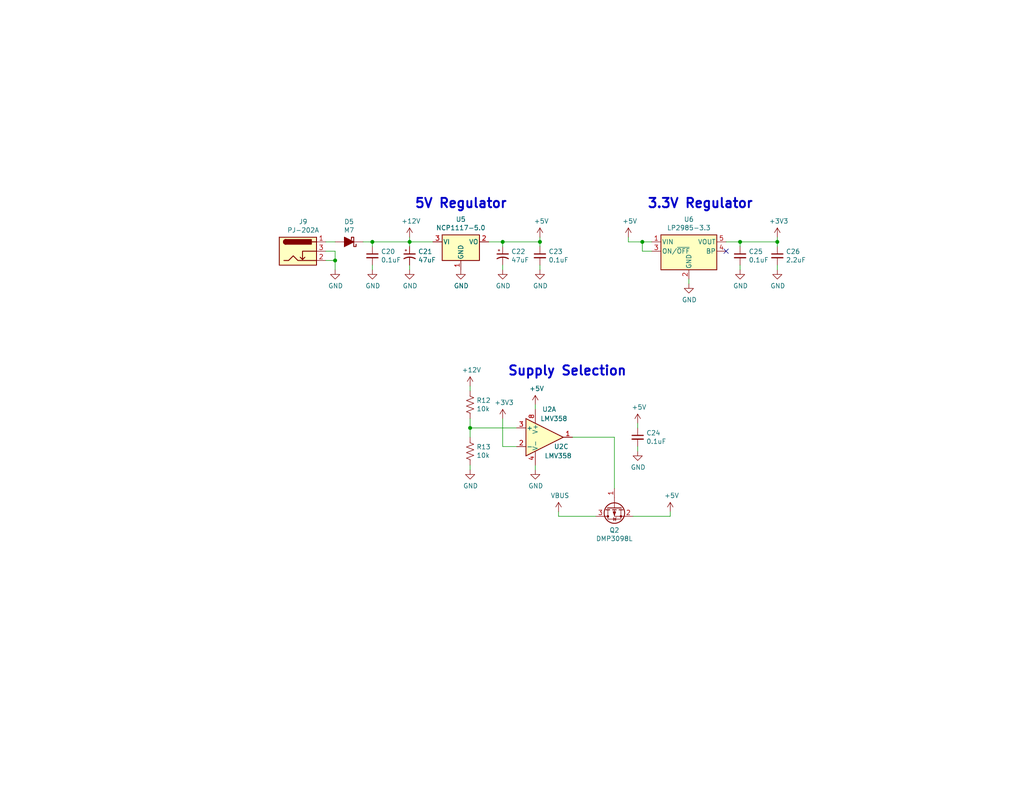
<source format=kicad_sch>
(kicad_sch (version 20210406) (generator eeschema)
  (paper "A")
  (title_block (title "Uno") (date "2021-05-01") (rev "v1.0.0") (company "FortyTwo Systems"))
  (lib_symbols
    (symbol "Amplifier_Operational:LMV358" (pin_names (offset 0.127))
      (property "Reference" "U" (at 0 5.08 0))
      (property "Value" "LMV358" (at 0 -5.08 0))
      (symbol "LMV358_1_1"
        (polyline (pts (xy -5.08 5.08) (xy 5.08 0) (xy -5.08 -5.08) (xy -5.08 5.08)) (stroke (width 0.254)) (fill (type background)))
        (pin output line (at 7.62 0 180) (length 2.54) (name "~") (number "1"))
        (pin input line (at -7.62 -2.54 0) (length 2.54) (name "-") (number "2"))
        (pin input line (at -7.62 2.54 0) (length 2.54) (name "+") (number "3"))
      )
      (symbol "LMV358_2_1"
        (polyline (pts (xy -5.08 5.08) (xy 5.08 0) (xy -5.08 -5.08) (xy -5.08 5.08)) (stroke (width 0.254)) (fill (type background)))
        (pin input line (at -7.62 2.54 0) (length 2.54) (name "+") (number "5"))
        (pin input line (at -7.62 -2.54 0) (length 2.54) (name "-") (number "6"))
        (pin output line (at 7.62 0 180) (length 2.54) (name "~") (number "7"))
      )
      (symbol "LMV358_3_1"
        (pin power_in line (at -2.54 -7.62 90) (length 3.81) (name "V-") (number "4"))
        (pin power_in line (at -2.54 7.62 270) (length 3.81) (name "V+") (number "8"))
      )
    )
    (symbol "Connector:Barrel_Jack_Switch" (pin_names hide)
      (property "Reference" "J" (at 0 5.334 0))
      (property "Value" "Barrel_Jack_Switch" (at 0 -5.08 0))
      (symbol "Barrel_Jack_Switch_0_1"
        (arc (start -3.302 3.175) (end -3.302 1.905) (radius (at -3.302 2.54) (length 0.635) (angles 90.1 -90.1)) (stroke (width 0.254)))
        (arc (start -3.302 3.175) (end -3.302 1.905) (radius (at -3.302 2.54) (length 0.635) (angles 90.1 -90.1)) (stroke (width 0.254)) (fill (type outline)))
        (rectangle (start 3.683 3.175) (end -3.302 1.905) (stroke (width 0.254)) (fill (type outline)))
        (rectangle (start -5.08 3.81) (end 5.08 -3.81) (stroke (width 0.254)) (fill (type background)))
        (polyline (pts (xy 1.27 -2.286) (xy 1.905 -1.651)) (stroke (width 0.254)))
        (polyline (pts (xy 5.08 2.54) (xy 3.81 2.54)) (stroke (width 0.254)))
        (polyline (pts (xy 5.08 0) (xy 1.27 0) (xy 1.27 -2.286) (xy 0.635 -1.651)) (stroke (width 0.254)))
        (polyline (pts (xy -3.81 -2.54) (xy -2.54 -2.54) (xy -1.27 -1.27) (xy 0 -2.54) (xy 2.54 -2.54) (xy 5.08 -2.54)) (stroke (width 0.254)))
      )
      (symbol "Barrel_Jack_Switch_1_1"
        (pin passive line (at 7.62 2.54 180) (length 2.54) (name "~") (number "1"))
        (pin passive line (at 7.62 -2.54 180) (length 2.54) (name "~") (number "2"))
        (pin passive line (at 7.62 0 180) (length 2.54) (name "~") (number "3"))
      )
    )
    (symbol "Device:C_Small" (pin_numbers hide) (pin_names (offset 0.254) hide)
      (property "Reference" "C" (at 0.254 1.778 0))
      (property "Value" "C_Small" (at 0.254 -2.032 0))
      (symbol "C_Small_0_1"
        (polyline (pts (xy -1.524 -0.508) (xy 1.524 -0.508)) (stroke (width 0.3302)))
        (polyline (pts (xy -1.524 0.508) (xy 1.524 0.508)) (stroke (width 0.3048)))
      )
      (symbol "C_Small_1_1"
        (pin passive line (at 0 2.54 270) (length 2.032) (name "~") (number "1"))
        (pin passive line (at 0 -2.54 90) (length 2.032) (name "~") (number "2"))
      )
    )
    (symbol "Device:Q_PMOS_GSD" (pin_names (offset 0) hide)
      (property "Reference" "Q" (at 5.08 1.27 0))
      (property "Value" "Q_PMOS_GSD" (at 5.08 -1.27 0))
      (symbol "Q_PMOS_GSD_0_1"
        (circle (center 1.651 0) (radius 2.794) (stroke (width 0.254)))
        (circle (center 2.54 -1.778) (radius 0.254) (fill (type outline)))
        (circle (center 2.54 1.778) (radius 0.254) (fill (type outline)))
        (polyline (pts (xy 0.254 0) (xy -2.54 0)))
        (polyline (pts (xy 0.254 1.905) (xy 0.254 -1.905)) (stroke (width 0.254)))
        (polyline (pts (xy 0.762 -1.27) (xy 0.762 -2.286)) (stroke (width 0.254)))
        (polyline (pts (xy 0.762 0.508) (xy 0.762 -0.508)) (stroke (width 0.254)))
        (polyline (pts (xy 0.762 2.286) (xy 0.762 1.27)) (stroke (width 0.254)))
        (polyline (pts (xy 2.54 2.54) (xy 2.54 1.778)))
        (polyline (pts (xy 2.54 -2.54) (xy 2.54 0) (xy 0.762 0)))
        (polyline (pts (xy 0.762 1.778) (xy 3.302 1.778) (xy 3.302 -1.778) (xy 0.762 -1.778)))
        (polyline (pts (xy 2.794 -0.508) (xy 2.921 -0.381) (xy 3.683 -0.381) (xy 3.81 -0.254)))
        (polyline (pts (xy 3.302 -0.381) (xy 2.921 0.254) (xy 3.683 0.254) (xy 3.302 -0.381)))
        (polyline (pts (xy 2.286 0) (xy 1.27 0.381) (xy 1.27 -0.381) (xy 2.286 0)) (fill (type outline)))
      )
      (symbol "Q_PMOS_GSD_1_1"
        (pin input line (at -5.08 0 0) (length 2.54) (name "G") (number "1"))
        (pin passive line (at 2.54 -5.08 90) (length 2.54) (name "S") (number "2"))
        (pin passive line (at 2.54 5.08 270) (length 2.54) (name "D") (number "3"))
      )
    )
    (symbol "Device:R_US" (pin_numbers hide) (pin_names (offset 0))
      (property "Reference" "R" (at 2.54 0 90))
      (property "Value" "R_US" (at -2.54 0 90))
      (symbol "R_US_0_1"
        (polyline (pts (xy 0 -2.286) (xy 0 -2.54)))
        (polyline (pts (xy 0 2.286) (xy 0 2.54)))
        (polyline (pts (xy 0 -0.762) (xy 1.016 -1.143) (xy 0 -1.524) (xy -1.016 -1.905) (xy 0 -2.286)))
        (polyline (pts (xy 0 0.762) (xy 1.016 0.381) (xy 0 0) (xy -1.016 -0.381) (xy 0 -0.762)))
        (polyline (pts (xy 0 2.286) (xy 1.016 1.905) (xy 0 1.524) (xy -1.016 1.143) (xy 0 0.762)))
      )
      (symbol "R_US_1_1"
        (pin passive line (at 0 3.81 270) (length 1.27) (name "~") (number "1"))
        (pin passive line (at 0 -3.81 90) (length 1.27) (name "~") (number "2"))
      )
    )
    (symbol "Regulator_Linear:LP2985-3.3" (pin_names (offset 0.254))
      (property "Reference" "U" (at -6.35 5.715 0))
      (property "Value" "LP2985-3.3" (at 0 5.715 0))
      (symbol "LP2985-3.3_0_1"
        (rectangle (start -7.62 -5.08) (end 7.62 4.445) (stroke (width 0.254)) (fill (type background)))
      )
      (symbol "LP2985-3.3_1_1"
        (pin power_in line (at -10.16 2.54 0) (length 2.54) (name "VIN") (number "1"))
        (pin power_in line (at 0 -7.62 90) (length 2.54) (name "GND") (number "2"))
        (pin input line (at -10.16 0 0) (length 2.54) (name "ON/~OFF~") (number "3"))
        (pin input line (at 10.16 0 180) (length 2.54) (name "BP") (number "4"))
        (pin power_out line (at 10.16 2.54 180) (length 2.54) (name "VOUT") (number "5"))
      )
    )
    (symbol "Regulator_Linear:NCP1117-5.0_SOT223" (pin_names (offset 0.254))
      (property "Reference" "U" (at -3.81 3.175 0))
      (property "Value" "NCP1117-5.0_SOT223" (at 0 3.175 0))
      (symbol "NCP1117-5.0_SOT223_0_1"
        (rectangle (start -5.08 -5.08) (end 5.08 1.905) (stroke (width 0.254)) (fill (type background)))
      )
      (symbol "NCP1117-5.0_SOT223_1_1"
        (pin power_in line (at 0 -7.62 90) (length 2.54) (name "GND") (number "1"))
        (pin power_out line (at 7.62 0 180) (length 2.54) (name "VO") (number "2"))
        (pin power_in line (at -7.62 0 0) (length 2.54) (name "VI") (number "3"))
      )
    )
    (symbol "Uno-rescue:CP1_Small-Device" (pin_numbers hide) (pin_names (offset 0.254) hide)
      (property "Reference" "C" (at 0.254 1.778 0))
      (property "Value" "CP1_Small-Device" (at 0.254 -2.032 0))
      (symbol "CP1_Small-Device_0_1"
        (arc (start -1.524 -0.762) (end 1.524 -0.762) (radius (at 0 -3.556) (length 3.175) (angles 118.6 61.4)) (stroke (width 0.3048)))
        (polyline (pts (xy -1.524 0.508) (xy 1.524 0.508)) (stroke (width 0.3048)))
        (polyline (pts (xy -1.27 1.524) (xy -0.762 1.524)))
        (polyline (pts (xy -1.016 1.27) (xy -1.016 1.778)))
      )
      (symbol "CP1_Small-Device_1_1"
        (pin passive line (at 0 2.54 270) (length 2.032) (name "~") (number "1"))
        (pin passive line (at 0 -2.54 90) (length 2.032) (name "~") (number "2"))
      )
    )
    (symbol "Uno-rescue:D_Schottky_ALT-Device" (pin_numbers hide) (pin_names (offset 1.016) hide)
      (property "Reference" "D" (at 0 2.54 0))
      (property "Value" "D_Schottky_ALT-Device" (at 0 -2.54 0))
      (symbol "D_Schottky_ALT-Device_0_1"
        (polyline (pts (xy 1.27 0) (xy -1.27 0)))
        (polyline (pts (xy -1.905 0.635) (xy -1.905 1.27) (xy -1.27 1.27) (xy -1.27 -1.27) (xy -0.635 -1.27) (xy -0.635 -0.635)) (stroke (width 0.254)))
        (polyline (pts (xy 1.27 1.27) (xy 1.27 -1.27) (xy -1.27 0) (xy 1.27 1.27)) (stroke (width 0.254)) (fill (type outline)))
      )
      (symbol "D_Schottky_ALT-Device_1_1"
        (pin passive line (at -3.81 0 0) (length 2.54) (name "K") (number "1"))
        (pin passive line (at 3.81 0 180) (length 2.54) (name "A") (number "2"))
      )
    )
    (symbol "power:+12V" (power) (pin_names (offset 0))
      (property "Value" "+12V" (at 0 3.556 0))
      (symbol "+12V_0_1"
        (polyline (pts (xy -0.762 1.27) (xy 0 2.54)))
        (polyline (pts (xy 0 0) (xy 0 2.54)))
        (polyline (pts (xy 0 2.54) (xy 0.762 1.27)))
      )
      (symbol "+12V_1_1"
        (pin power_in line (at 0 0 90) (length 0) hide (name "+12V") (number "1"))
      )
    )
    (symbol "power:+3.3V" (power) (pin_names (offset 0))
      (property "Value" "+3.3V" (at 0 3.556 0))
      (symbol "+3.3V_0_1"
        (polyline (pts (xy -0.762 1.27) (xy 0 2.54)))
        (polyline (pts (xy 0 0) (xy 0 2.54)))
        (polyline (pts (xy 0 2.54) (xy 0.762 1.27)))
      )
      (symbol "+3.3V_1_1"
        (pin power_in line (at 0 0 90) (length 0) hide (name "+3V3") (number "1"))
      )
    )
    (symbol "power:+5V" (power) (pin_names (offset 0))
      (property "Value" "+5V" (at 0 3.556 0))
      (symbol "+5V_0_1"
        (polyline (pts (xy -0.762 1.27) (xy 0 2.54)))
        (polyline (pts (xy 0 0) (xy 0 2.54)))
        (polyline (pts (xy 0 2.54) (xy 0.762 1.27)))
      )
      (symbol "+5V_1_1"
        (pin power_in line (at 0 0 90) (length 0) hide (name "+5V") (number "1"))
      )
    )
    (symbol "power:GND" (power) (pin_names (offset 0))
      (property "Value" "GND" (at 0 -3.81 0))
      (symbol "GND_0_1"
        (polyline (pts (xy 0 0) (xy 0 -1.27) (xy 1.27 -1.27) (xy 0 -2.54) (xy -1.27 -1.27) (xy 0 -1.27)))
      )
      (symbol "GND_1_1"
        (pin power_in line (at 0 0 270) (length 0) hide (name "GND") (number "1"))
      )
    )
    (symbol "power:VBUS" (power) (pin_names (offset 0))
      (property "Value" "VBUS" (at 0 3.81 0))
      (symbol "VBUS_0_1"
        (polyline (pts (xy -0.762 1.27) (xy 0 2.54)))
        (polyline (pts (xy 0 0) (xy 0 2.54)))
        (polyline (pts (xy 0 2.54) (xy 0.762 1.27)))
      )
      (symbol "VBUS_1_1"
        (pin power_in line (at 0 0 90) (length 0) hide (name "VBUS") (number "1"))
      )
    )
  )
  (junction (at 91.44 71.12) (diameter 0.9144))
  (junction (at 101.6 66.04) (diameter 0.9144))
  (junction (at 111.76 66.04) (diameter 0.9144))
  (junction (at 128.27 116.84) (diameter 0.9144))
  (junction (at 137.16 66.04) (diameter 0.9144))
  (junction (at 147.32 66.04) (diameter 0.9144))
  (junction (at 175.26 66.04) (diameter 0.9144))
  (junction (at 201.93 66.04) (diameter 0.9144))
  (junction (at 212.09 66.04) (diameter 0.9144))
  (no_connect (at 198.12 68.58))
  (wire (pts (xy 88.9 66.04) (xy 91.44 66.04)))
  (wire (pts (xy 88.9 68.58) (xy 91.44 68.58)))
  (wire (pts (xy 88.9 71.12) (xy 91.44 71.12)))
  (wire (pts (xy 91.44 68.58) (xy 91.44 71.12)))
  (wire (pts (xy 91.44 71.12) (xy 91.44 73.66)))
  (wire (pts (xy 99.06 66.04) (xy 101.6 66.04)))
  (wire (pts (xy 101.6 66.04) (xy 111.76 66.04)))
  (wire (pts (xy 101.6 67.31) (xy 101.6 66.04)))
  (wire (pts (xy 101.6 72.39) (xy 101.6 73.66)))
  (wire (pts (xy 111.76 64.77) (xy 111.76 66.04)))
  (wire (pts (xy 111.76 66.04) (xy 118.11 66.04)))
  (wire (pts (xy 111.76 67.31) (xy 111.76 66.04)))
  (wire (pts (xy 111.76 72.39) (xy 111.76 73.66)))
  (wire (pts (xy 128.27 106.68) (xy 128.27 105.41)))
  (wire (pts (xy 128.27 116.84) (xy 128.27 114.3)))
  (wire (pts (xy 128.27 116.84) (xy 128.27 119.38)))
  (wire (pts (xy 128.27 127) (xy 128.27 128.27)))
  (wire (pts (xy 133.35 66.04) (xy 137.16 66.04)))
  (wire (pts (xy 137.16 66.04) (xy 137.16 67.31)))
  (wire (pts (xy 137.16 66.04) (xy 147.32 66.04)))
  (wire (pts (xy 137.16 72.39) (xy 137.16 73.66)))
  (wire (pts (xy 137.16 121.92) (xy 137.16 114.3)))
  (wire (pts (xy 140.97 116.84) (xy 128.27 116.84)))
  (wire (pts (xy 140.97 121.92) (xy 137.16 121.92)))
  (wire (pts (xy 146.05 111.76) (xy 146.05 110.49)))
  (wire (pts (xy 146.05 127) (xy 146.05 128.27)))
  (wire (pts (xy 147.32 64.77) (xy 147.32 66.04)))
  (wire (pts (xy 147.32 66.04) (xy 147.32 67.31)))
  (wire (pts (xy 147.32 72.39) (xy 147.32 73.66)))
  (wire (pts (xy 152.4 140.97) (xy 152.4 139.7)))
  (wire (pts (xy 156.21 119.38) (xy 167.64 119.38)))
  (wire (pts (xy 162.56 140.97) (xy 152.4 140.97)))
  (wire (pts (xy 167.64 119.38) (xy 167.64 133.35)))
  (wire (pts (xy 171.45 66.04) (xy 171.45 64.77)))
  (wire (pts (xy 172.72 140.97) (xy 182.88 140.97)))
  (wire (pts (xy 173.99 116.84) (xy 173.99 115.57)))
  (wire (pts (xy 173.99 121.92) (xy 173.99 123.19)))
  (wire (pts (xy 175.26 66.04) (xy 171.45 66.04)))
  (wire (pts (xy 175.26 66.04) (xy 177.8 66.04)))
  (wire (pts (xy 175.26 68.58) (xy 175.26 66.04)))
  (wire (pts (xy 177.8 68.58) (xy 175.26 68.58)))
  (wire (pts (xy 182.88 140.97) (xy 182.88 139.7)))
  (wire (pts (xy 187.96 76.2) (xy 187.96 77.47)))
  (wire (pts (xy 198.12 66.04) (xy 201.93 66.04)))
  (wire (pts (xy 201.93 66.04) (xy 201.93 67.31)))
  (wire (pts (xy 201.93 66.04) (xy 212.09 66.04)))
  (wire (pts (xy 201.93 73.66) (xy 201.93 72.39)))
  (wire (pts (xy 212.09 66.04) (xy 212.09 64.77)))
  (wire (pts (xy 212.09 66.04) (xy 212.09 67.31)))
  (wire (pts (xy 212.09 72.39) (xy 212.09 73.66)))
  (text "5V Regulator" (at 113.03 57.15 0) (effects (font (size 2.54 2.54) (thickness 0.508) bold) (justify left bottom)))
  (text "Supply Selection" (at 138.43 102.87 0) (effects (font (size 2.54 2.54) (thickness 0.508) bold) (justify left bottom)))
  (text "3.3V Regulator" (at 176.53 57.15 0) (effects (font (size 2.54 2.54) (thickness 0.508) bold) (justify left bottom)))
  (symbol (lib_id "power:+12V") (at 111.76 64.77 0) (unit 1)
    (property "Reference" "#PWR038" (effects hide))
    (property "Value" "+12V" (at 112.141 60.3758 0))
  )
  (symbol (lib_id "power:+12V") (at 128.27 105.41 0) (unit 1)
    (property "Reference" "#PWR041" (effects hide))
    (property "Value" "+12V" (at 128.651 101.0158 0))
  )
  (symbol (lib_id "power:+3.3V") (at 137.16 114.3 0) (unit 1)
    (property "Reference" "#PWR044" (effects hide))
    (property "Value" "+3.3V" (at 137.541 109.9058 0))
  )
  (symbol (lib_id "power:+5V") (at 146.05 110.49 0) (unit 1)
    (property "Reference" "#PWR045" (effects hide))
    (property "Value" "+5V" (at 146.431 106.0958 0))
  )
  (symbol (lib_id "power:+5V") (at 147.32 64.77 0) (unit 1)
    (property "Reference" "#PWR047" (effects hide))
    (property "Value" "+5V" (at 147.701 60.3758 0))
  )
  (symbol (lib_id "power:VBUS") (at 152.4 139.7 0) (unit 1)
    (property "Reference" "#PWR049" (effects hide))
    (property "Value" "VBUS" (at 152.781 135.3058 0))
  )
  (symbol (lib_id "power:+5V") (at 171.45 64.77 0) (unit 1)
    (property "Reference" "#PWR050" (effects hide))
    (property "Value" "+5V" (at 171.831 60.3758 0))
  )
  (symbol (lib_id "power:+5V") (at 173.99 115.57 0) (unit 1)
    (property "Reference" "#PWR051" (effects hide))
    (property "Value" "+5V" (at 174.371 111.1758 0))
  )
  (symbol (lib_id "power:+5V") (at 182.88 139.7 0) (unit 1)
    (property "Reference" "#PWR053" (effects hide))
    (property "Value" "+5V" (at 183.261 135.3058 0))
  )
  (symbol (lib_id "power:+3.3V") (at 212.09 64.77 0) (unit 1)
    (property "Reference" "#PWR056" (effects hide))
    (property "Value" "+3.3V" (at 212.471 60.3758 0))
  )
  (symbol (lib_id "power:GND") (at 91.44 73.66 0) (unit 1)
    (property "Reference" "#PWR036" (effects hide))
    (property "Value" "GND" (at 91.567 78.0542 0))
  )
  (symbol (lib_id "power:GND") (at 101.6 73.66 0) (unit 1)
    (property "Reference" "#PWR037" (effects hide))
    (property "Value" "GND" (at 101.727 78.0542 0))
  )
  (symbol (lib_id "power:GND") (at 111.76 73.66 0) (unit 1)
    (property "Reference" "#PWR039" (effects hide))
    (property "Value" "GND" (at 111.887 78.0542 0))
  )
  (symbol (lib_id "power:GND") (at 125.73 73.66 0) (unit 1)
    (property "Reference" "#PWR040" (effects hide))
    (property "Value" "GND" (at 125.857 78.0542 0))
  )
  (symbol (lib_id "power:GND") (at 128.27 128.27 0) (unit 1)
    (property "Reference" "#PWR042" (effects hide))
    (property "Value" "GND" (at 128.397 132.6642 0))
  )
  (symbol (lib_id "power:GND") (at 137.16 73.66 0) (unit 1)
    (property "Reference" "#PWR043" (effects hide))
    (property "Value" "GND" (at 137.287 78.0542 0))
  )
  (symbol (lib_id "power:GND") (at 146.05 128.27 0) (unit 1)
    (property "Reference" "#PWR046" (effects hide))
    (property "Value" "GND" (at 146.177 132.6642 0))
  )
  (symbol (lib_id "power:GND") (at 147.32 73.66 0) (unit 1)
    (property "Reference" "#PWR048" (effects hide))
    (property "Value" "GND" (at 147.447 78.0542 0))
  )
  (symbol (lib_id "power:GND") (at 173.99 123.19 0) (unit 1)
    (property "Reference" "#PWR052" (effects hide))
    (property "Value" "GND" (at 174.117 127.5842 0))
  )
  (symbol (lib_id "power:GND") (at 187.96 77.47 0) (unit 1)
    (property "Reference" "#PWR054" (effects hide))
    (property "Value" "GND" (at 188.087 81.8642 0))
  )
  (symbol (lib_id "power:GND") (at 201.93 73.66 0) (unit 1)
    (property "Reference" "#PWR055" (effects hide))
    (property "Value" "GND" (at 202.057 78.0542 0))
  )
  (symbol (lib_id "power:GND") (at 212.09 73.66 0) (unit 1)
    (property "Reference" "#PWR057" (effects hide))
    (property "Value" "GND" (at 212.217 78.0542 0))
  )
  (symbol (lib_id "Amplifier_Operational:LMV358") (at 148.59 119.38 0) (unit 3)
    (property "Reference" "U2" (at 151.13 121.92 0) (effects (justify left)))
    (property "Value" "LMV358" (at 148.59 124.46 0) (effects (justify left)))
    (property "Footprint" "Package_SO:VSSOP-8_3.0x3.0mm_P0.65mm" (effects hide))
    (property "Datasheet" "http://www.ti.com/lit/ds/symlink/lmv324.pdf" (effects hide))
  )
  (symbol (lib_id "Device:R_US") (at 128.27 110.49 0) (unit 1)
    (property "Reference" "R12" (at 129.9972 109.3216 0) (effects (justify left)))
    (property "Value" "10k" (at 129.9972 111.633 0) (effects (justify left)))
    (property "Footprint" "Resistor_SMD:R_0603_1608Metric" (effects hide))
  )
  (symbol (lib_id "Device:R_US") (at 128.27 123.19 0) (unit 1)
    (property "Reference" "R13" (at 129.9972 122.0216 0) (effects (justify left)))
    (property "Value" "10k" (at 129.9972 124.333 0) (effects (justify left)))
    (property "Footprint" "Resistor_SMD:R_0603_1608Metric" (effects hide))
  )
  (symbol (lib_id "Uno-rescue:CP1_Small-Device") (at 111.76 69.85 0)
    (property "Reference" "C21" (at 114.0714 68.6816 0) (effects (justify left)))
    (property "Value" "47uF" (at 114.0714 70.993 0) (effects (justify left)))
    (property "Footprint" "Capacitor_SMD:CP_Elec_6.3x5.4" (effects hide))
  )
  (symbol (lib_id "Uno-rescue:CP1_Small-Device") (at 137.16 69.85 0)
    (property "Reference" "C22" (at 139.4714 68.6816 0) (effects (justify left)))
    (property "Value" "47uF" (at 139.4714 70.993 0) (effects (justify left)))
    (property "Footprint" "Capacitor_SMD:CP_Elec_6.3x5.4" (effects hide))
  )
  (symbol (lib_id "Device:C_Small") (at 101.6 69.85 0) (unit 1)
    (property "Reference" "C20" (at 103.9368 68.6816 0) (effects (justify left)))
    (property "Value" "0.1uF" (at 103.9368 70.993 0) (effects (justify left)))
    (property "Footprint" "Capacitor_SMD:C_0603_1608Metric" (effects hide))
  )
  (symbol (lib_id "Device:C_Small") (at 147.32 69.85 0) (unit 1)
    (property "Reference" "C23" (at 149.6568 68.6816 0) (effects (justify left)))
    (property "Value" "0.1uF" (at 149.6568 70.993 0) (effects (justify left)))
    (property "Footprint" "Capacitor_SMD:C_0603_1608Metric" (effects hide))
  )
  (symbol (lib_id "Device:C_Small") (at 173.99 119.38 0) (unit 1)
    (property "Reference" "C24" (at 176.3268 118.2116 0) (effects (justify left)))
    (property "Value" "0.1uF" (at 176.3268 120.523 0) (effects (justify left)))
    (property "Footprint" "Capacitor_SMD:C_0603_1608Metric" (effects hide))
  )
  (symbol (lib_id "Device:C_Small") (at 201.93 69.85 0) (unit 1)
    (property "Reference" "C25" (at 204.2668 68.6816 0) (effects (justify left)))
    (property "Value" "0.1uF" (at 204.2668 70.993 0) (effects (justify left)))
    (property "Footprint" "Capacitor_SMD:C_0603_1608Metric" (effects hide))
  )
  (symbol (lib_id "Device:C_Small") (at 212.09 69.85 0) (unit 1)
    (property "Reference" "C26" (at 214.4268 68.6816 0) (effects (justify left)))
    (property "Value" "2.2uF" (at 214.4268 70.993 0) (effects (justify left)))
    (property "Footprint" "Capacitor_SMD:C_0805_2012Metric" (effects hide))
  )
  (symbol (lib_id "Uno-rescue:D_Schottky_ALT-Device") (at 95.25 66.04 180) (unit 1)
    (property "Reference" "D5" (at 95.25 60.5282 0))
    (property "Value" "M7" (at 95.25 62.8396 0))
    (property "Footprint" "Diode_SMD:D_SMA" (effects hide))
  )
  (symbol (lib_id "Connector:Barrel_Jack_Switch") (at 81.28 68.58 0) (unit 1)
    (property "Reference" "J9" (at 82.7278 60.5282 0))
    (property "Value" "PJ-202A" (at 82.7278 62.8396 0))
    (property "Footprint" "FortyTwoLabs:Barrel-Jack-PJ-202A" (effects hide))
  )
  (symbol (lib_id "Device:Q_PMOS_GSD") (at 167.64 138.43 90) (mirror x) (unit 1)
    (property "Reference" "Q2" (at 167.64 144.7546 90))
    (property "Value" "DMP3098L" (at 167.64 147.066 90))
    (property "Footprint" "Package_TO_SOT_SMD:SOT-23" (effects hide))
  )
  (symbol (lib_id "Regulator_Linear:NCP1117-5.0_SOT223") (at 125.73 66.04 0) (unit 1)
    (property "Reference" "U5" (at 125.73 59.8932 0))
    (property "Value" "NCP1117-5.0" (at 125.73 62.2046 0))
    (property "Footprint" "Package_TO_SOT_SMD:SOT-223-3_TabPin2" (effects hide))
    (property "Datasheet" "http://www.onsemi.com/pub_link/Collateral/NCP1117-D.PDF" (effects hide))
  )
  (symbol (lib_id "Amplifier_Operational:LMV358") (at 148.59 119.38 0) (unit 1)
    (property "Reference" "U2" (at 149.86 111.76 0))
    (property "Value" "LMV358" (at 151.13 114.3 0))
    (property "Footprint" "Package_SO:VSSOP-8_3.0x3.0mm_P0.65mm" (effects hide))
    (property "Datasheet" "http://www.ti.com/lit/ds/symlink/lmv324.pdf" (effects hide))
  )
  (symbol (lib_id "Regulator_Linear:LP2985-3.3") (at 187.96 68.58 0) (unit 1)
    (property "Reference" "U6" (at 187.96 59.8932 0))
    (property "Value" "LP2985-3.3" (at 187.96 62.2046 0))
    (property "Footprint" "Package_TO_SOT_SMD:SOT-23-5" (effects hide))
    (property "Datasheet" "http://www.ti.com/lit/ds/symlink/lp2985.pdf" (effects hide))
  )
)
</source>
